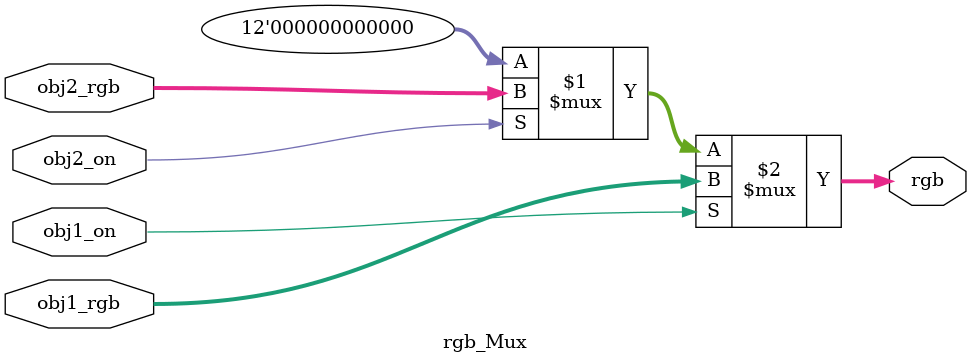
<source format=v>
`timescale 1ns / 1ps


module rgb_Mux(
        input wire [11:0] obj1_rgb, obj2_rgb,
        input wire obj1_on, obj2_on,
        output wire [11:0] rgb
    );
    
    // ==============================================================
    // RGB Multiplexing circuit (Priority: Lowest number is highest)
    // ==============================================================
    assign rgb = (obj1_on) ? obj1_rgb : 
                 (obj2_on) ? obj2_rgb :
                             12'h000  ;
    
endmodule







</source>
